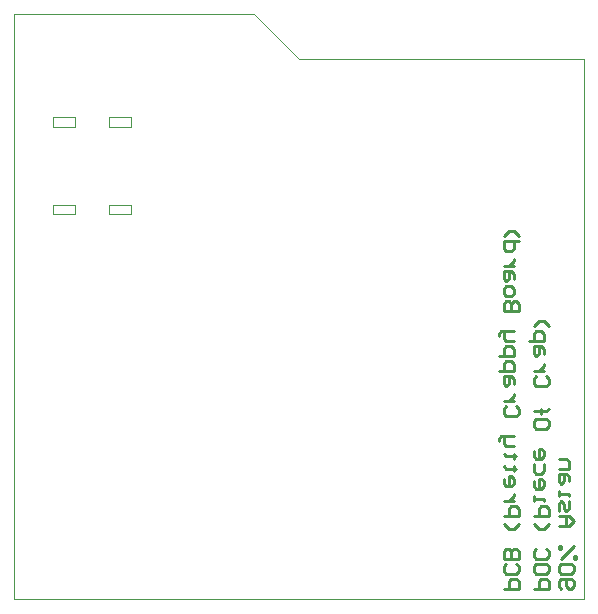
<source format=gbo>
G04*
G04 #@! TF.GenerationSoftware,Altium Limited,Altium Designer,19.1.8 (144)*
G04*
G04 Layer_Color=32896*
%FSLAX25Y25*%
%MOIN*%
G70*
G01*
G75*
%ADD13C,0.01000*%
%ADD16C,0.00050*%
%ADD17C,0.00000*%
D13*
X182361Y3500D02*
X181528Y4333D01*
Y5999D01*
X182361Y6832D01*
X185694D01*
X186527Y5999D01*
Y4333D01*
X185694Y3500D01*
X184861D01*
X184028Y4333D01*
Y6832D01*
X185694Y8498D02*
X186527Y9331D01*
Y10998D01*
X185694Y11831D01*
X182361D01*
X181528Y10998D01*
Y9331D01*
X182361Y8498D01*
X185694D01*
X182361Y13497D02*
X186527Y17662D01*
Y13497D02*
X187360D01*
Y14330D01*
X186527D01*
Y13497D01*
X181528Y16829D02*
X182361D01*
Y17662D01*
X181528D01*
Y16829D01*
Y24327D02*
X184861D01*
X186527Y25993D01*
X184861Y27659D01*
X181528D01*
X184028D01*
Y24327D01*
X181528Y29325D02*
Y31824D01*
X182361Y32657D01*
X183194Y31824D01*
Y30158D01*
X184028Y29325D01*
X184861Y30158D01*
Y32657D01*
X181528Y34323D02*
Y35989D01*
Y35156D01*
X184861D01*
Y34323D01*
Y39322D02*
Y40988D01*
X184028Y41821D01*
X181528D01*
Y39322D01*
X182361Y38489D01*
X183194Y39322D01*
Y41821D01*
X181528Y43487D02*
X184861D01*
Y45986D01*
X184028Y46819D01*
X181528D01*
X173130Y3500D02*
X178129D01*
Y5999D01*
X177296Y6832D01*
X175629D01*
X174796Y5999D01*
Y3500D01*
X178129Y10998D02*
Y9331D01*
X177296Y8498D01*
X173963D01*
X173130Y9331D01*
Y10998D01*
X173963Y11831D01*
X177296D01*
X178129Y10998D01*
X177296Y16829D02*
X178129Y15996D01*
Y14330D01*
X177296Y13497D01*
X173963D01*
X173130Y14330D01*
Y15996D01*
X173963Y16829D01*
X173130Y25160D02*
X174796Y23494D01*
X176463D01*
X178129Y25160D01*
X173130Y27659D02*
X178129D01*
Y30158D01*
X177296Y30991D01*
X175629D01*
X174796Y30158D01*
Y27659D01*
X173130Y32657D02*
Y34323D01*
Y33490D01*
X176463D01*
Y32657D01*
X173130Y39322D02*
Y37656D01*
X173963Y36823D01*
X175629D01*
X176463Y37656D01*
Y39322D01*
X175629Y40155D01*
X174796D01*
Y36823D01*
X176463Y45153D02*
Y42654D01*
X175629Y41821D01*
X173963D01*
X173130Y42654D01*
Y45153D01*
Y49319D02*
Y47652D01*
X173963Y46819D01*
X175629D01*
X176463Y47652D01*
Y49319D01*
X175629Y50152D01*
X174796D01*
Y46819D01*
X178129Y59315D02*
Y57649D01*
X177296Y56816D01*
X173963D01*
X173130Y57649D01*
Y59315D01*
X173963Y60148D01*
X177296D01*
X178129Y59315D01*
X173130Y62647D02*
X177296D01*
X175629D01*
Y61814D01*
Y63481D01*
Y62647D01*
X177296D01*
X178129Y63481D01*
X177296Y74310D02*
X178129Y73477D01*
Y71811D01*
X177296Y70978D01*
X173963D01*
X173130Y71811D01*
Y73477D01*
X173963Y74310D01*
X176463Y75977D02*
X173130D01*
X174796D01*
X175629Y76810D01*
X176463Y77643D01*
Y78476D01*
Y81808D02*
Y83474D01*
X175629Y84307D01*
X173130D01*
Y81808D01*
X173963Y80975D01*
X174796Y81808D01*
Y84307D01*
X171464Y85973D02*
X176463D01*
Y88472D01*
X175629Y89306D01*
X173963D01*
X173130Y88472D01*
Y85973D01*
Y90972D02*
X174796Y92638D01*
X176463D01*
X178129Y90972D01*
X163066Y3500D02*
X168064D01*
Y5999D01*
X167231Y6832D01*
X165565D01*
X164732Y5999D01*
Y3500D01*
X167231Y11831D02*
X168064Y10998D01*
Y9331D01*
X167231Y8498D01*
X163899D01*
X163066Y9331D01*
Y10998D01*
X163899Y11831D01*
X168064Y13497D02*
X163066D01*
Y15996D01*
X163899Y16829D01*
X164732D01*
X165565Y15996D01*
Y13497D01*
Y15996D01*
X166398Y16829D01*
X167231D01*
X168064Y15996D01*
Y13497D01*
X163066Y25160D02*
X164732Y23494D01*
X166398D01*
X168064Y25160D01*
X163066Y27659D02*
X168064D01*
Y30158D01*
X167231Y30991D01*
X165565D01*
X164732Y30158D01*
Y27659D01*
X166398Y32657D02*
X163066D01*
X164732D01*
X165565Y33490D01*
X166398Y34323D01*
Y35156D01*
X163066Y40155D02*
Y38489D01*
X163899Y37656D01*
X165565D01*
X166398Y38489D01*
Y40155D01*
X165565Y40988D01*
X164732D01*
Y37656D01*
X167231Y43487D02*
X166398D01*
Y42654D01*
Y44320D01*
Y43487D01*
X163899D01*
X163066Y44320D01*
X167231Y47652D02*
X166398D01*
Y46819D01*
Y48485D01*
Y47652D01*
X163899D01*
X163066Y48485D01*
X166398Y50985D02*
X163899D01*
X163066Y51818D01*
Y54317D01*
X162233D01*
X161400Y53484D01*
Y52651D01*
X163066Y54317D02*
X166398D01*
X167231Y64314D02*
X168064Y63481D01*
Y61814D01*
X167231Y60981D01*
X163899D01*
X163066Y61814D01*
Y63481D01*
X163899Y64314D01*
X166398Y65980D02*
X163066D01*
X164732D01*
X165565Y66813D01*
X166398Y67646D01*
Y68479D01*
Y71811D02*
Y73477D01*
X165565Y74310D01*
X163066D01*
Y71811D01*
X163899Y70978D01*
X164732Y71811D01*
Y74310D01*
X161400Y75977D02*
X166398D01*
Y78476D01*
X165565Y79309D01*
X163899D01*
X163066Y78476D01*
Y75977D01*
X161400Y80975D02*
X166398D01*
Y83474D01*
X165565Y84307D01*
X163899D01*
X163066Y83474D01*
Y80975D01*
X166398Y85973D02*
X163899D01*
X163066Y86806D01*
Y89306D01*
X162233D01*
X161400Y88472D01*
Y87639D01*
X163066Y89306D02*
X166398D01*
X168064Y95970D02*
X163066D01*
Y98469D01*
X163899Y99302D01*
X164732D01*
X165565Y98469D01*
Y95970D01*
Y98469D01*
X166398Y99302D01*
X167231D01*
X168064Y98469D01*
Y95970D01*
X163066Y101802D02*
Y103468D01*
X163899Y104301D01*
X165565D01*
X166398Y103468D01*
Y101802D01*
X165565Y100968D01*
X163899D01*
X163066Y101802D01*
X166398Y106800D02*
Y108466D01*
X165565Y109299D01*
X163066D01*
Y106800D01*
X163899Y105967D01*
X164732Y106800D01*
Y109299D01*
X166398Y110965D02*
X163066D01*
X164732D01*
X165565Y111798D01*
X166398Y112631D01*
Y113464D01*
X168064Y119296D02*
X163066D01*
Y116797D01*
X163899Y115964D01*
X165565D01*
X166398Y116797D01*
Y119296D01*
X163066Y120962D02*
X164732Y122628D01*
X166398D01*
X168064Y120962D01*
D16*
X0Y0D02*
X190000D01*
Y180000D01*
X95000D02*
X190000D01*
X80000Y195000D02*
X95000Y180000D01*
X0Y195000D02*
X80000D01*
X0Y0D02*
Y195000D01*
D17*
X38941Y128425D02*
Y131575D01*
X31461D02*
X38941D01*
X31461Y128425D02*
Y131575D01*
Y128425D02*
X38941D01*
X20240Y157559D02*
Y160709D01*
X12760D02*
X20240D01*
X12760Y157559D02*
Y160709D01*
Y157559D02*
X20240D01*
X38941D02*
Y160709D01*
X31461D02*
X38941D01*
X31461Y157559D02*
Y160709D01*
Y157559D02*
X38941D01*
X20240Y128425D02*
Y131575D01*
X12760D02*
X20240D01*
X12760Y128425D02*
Y131575D01*
Y128425D02*
X20240D01*
M02*

</source>
